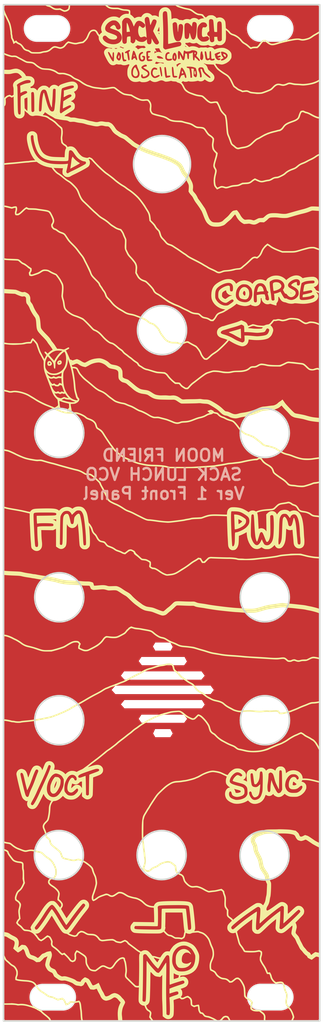
<source format=kicad_pcb>
(kicad_pcb (version 20221018) (generator pcbnew)
  (layers (0 "F.Cu" signal) (31 "B.Cu" signal) (34 "B.Paste" user) (35 "F.Paste" user) (36 "B.SilkS" user "B.Silkscreen") (37 "F.SilkS" user "F.Silkscreen") (38 "B.Mask" user) (39 "F.Mask" user) (44 "Edge.Cuts" user))
  (net 0 "")
  (footprint "VCO Front Panel:little guy" (layer "F.Cu") (at 118.11 78.74)
    (fp_text reference "G***" hide)
    (fp_text value "LOGO" hide)
  )
  (footprint "VCO Front Panel:center lines" (layer "F.Cu") (at 108.09 130.24)
    (fp_text reference "G***" hide)
    (fp_text value "LOGO" hide)
  )
  (footprint "VCO Front Panel:background" (layer "F.Cu") (at 107.95 107.823)
    (fp_text reference "G***" hide)
    (fp_text value "LOGO" hide)
  )
  (gr_line (start 87.950041 43.6) (end 87.950041 172.097979) (stroke (width 0.2)) (layer "Edge.Cuts"))
  (gr_line (start 87.950041 172.097979) (end 127.950037 172.097979) (stroke (width 0.2)) (layer "Edge.Cuts"))
  (gr_arc (start 94.7 45) (mid 96.3 46.6) (end 94.7 48.2) (stroke (width 0.05)) (layer "Edge.Cuts"))
  (gr_arc (start 120.44 48.2) (mid 118.84 46.6) (end 120.44 45) (stroke (width 0.05)) (layer "Edge.Cuts"))
  (gr_line (start 120.44 48.2) (end 122.94 48.2) (stroke (width 0.05)) (layer "Edge.Cuts"))
  (gr_arc (start 122.94 45) (mid 124.54 46.6) (end 122.94 48.2) (stroke (width 0.05)) (layer "Edge.Cuts"))
  (gr_line (start 120.44 45) (end 122.94 45) (stroke (width 0.05)) (layer "Edge.Cuts"))
  (gr_arc (start 122.95 167.49) (mid 124.55 169.09) (end 122.95 170.69) (stroke (width 0.05)) (layer "Edge.Cuts"))
  (gr_arc (start 120.45 170.69) (mid 118.85 169.09) (end 120.45 167.49) (stroke (width 0.05)) (layer "Edge.Cuts"))
  (gr_line (start 120.45 170.69) (end 122.95 170.69) (stroke (width 0.05)) (layer "Edge.Cuts"))
  (gr_line (start 120.45 167.49) (end 122.95 167.49) (stroke (width 0.05)) (layer "Edge.Cuts"))
  (gr_arc (start 95.43 167.5) (mid 97.03 169.1) (end 95.43 170.7) (stroke (width 0.05)) (layer "Edge.Cuts"))
  (gr_line (start 92.93 167.5) (end 95.43 167.5) (stroke (width 0.05)) (layer "Edge.Cuts"))
  (gr_line (start 92.93 170.7) (end 95.43 170.7) (stroke (width 0.05)) (layer "Edge.Cuts"))
  (gr_arc (start 92.93 170.7) (mid 91.33 169.1) (end 92.93 167.5) (stroke (width 0.05)) (layer "Edge.Cuts"))
  (gr_circle (center 108 63.75) (end 111.599993 63.75) (stroke (width 0.2)) (fill none) (layer "Edge.Cuts"))
  (gr_line (start 92.2 45) (end 94.7 45) (stroke (width 0.05)) (layer "Edge.Cuts"))
  (gr_circle (center 121.02 134.08) (end 124.119993 134.08) (stroke (width 0.2)) (fill none) (layer "Edge.Cuts"))
  (gr_circle (center 121 118.53) (end 124.099993 118.53) (stroke (width 0.2)) (fill none) (layer "Edge.Cuts"))
  (gr_line (start 87.950041 43.597983) (end 127.950037 43.597983) (stroke (width 0.2)) (layer "Edge.Cuts"))
  (gr_circle (center 108 84.75) (end 111.1 84.75) (stroke (width 0.2)) (fill none) (layer "Edge.Cuts"))
  (gr_line (start 127.950037 43.597983) (end 127.950037 172.097979) (stroke (width 0.2)) (layer "Edge.Cuts"))
  (gr_circle (center 107.95 151.13) (end 111.049994 151.13) (stroke (width 0.2)) (fill none) (layer "Edge.Cuts"))
  (gr_arc (start 92.2 48.2) (mid 90.6 46.6) (end 92.2 45) (stroke (width 0.05)) (layer "Edge.Cuts"))
  (gr_circle (center 121 97.75) (end 124.1 97.75) (stroke (width 0.2)) (fill none) (layer "Edge.Cuts"))
  (gr_circle (center 95 118.53) (end 98.099994 118.53) (stroke (width 0.2)) (fill none) (layer "Edge.Cuts"))
  (gr_circle (center 94.950026 151.13) (end 98.05002 151.13) (stroke (width 0.2)) (fill none) (layer "Edge.Cuts"))
  (gr_line (start 92.2 48.2) (end 94.7 48.2) (stroke (width 0.05)) (layer "Edge.Cuts"))
  (gr_circle (center 120.969975 151.17) (end 124.069968 151.17) (stroke (width 0.2)) (fill none) (layer "Edge.Cuts"))
  (gr_circle (center 95 97.75) (end 98.1 97.75) (stroke (width 0.2)) (fill none) (layer "Edge.Cuts"))
  (gr_circle (center 95 134.08) (end 98.099994 134.08) (stroke (width 0.2)) (fill none) (layer "Edge.Cuts"))
  (gr_line (start 87.950041 43.597983) (end 87.950041 43.597983) (stroke (width 0.2)) (layer "Edge.Cuts"))
  (gr_text "MOON FRIEND\nSACK LUNCH VCO\nVer 1 Front Panel" (at 108.2 103) (layer "B.SilkS") (effects (font (size 1.5 1.5) (thickness 0.3)) (justify mirror)))
  (zone (net 0) (net_name "") (layer "F.Cu") (connect_pads (clearance 0)) (min_thickness 0.254)
    (keepout (tracks not_allowed) (vias allowed) (pads allowed) (copperpour not_allowed) (footprints allowed))
    (fill (thermal_gap 0.508) (thermal_bridge_width 0.508))
    (polygon (pts (xy 113.4 132.1) (xy 113.05 132.575) (xy 103.25 132.575) (xy 102.8 132.075) (xy 103.25 131.525) (xy 113.05 131.525)))
  )
  (zone (net 0) (net_name "") (layer "F.Cu") (connect_pads (clearance 0)) (min_thickness 0.254)
    (keepout (tracks not_allowed) (vias allowed) (pads allowed) (copperpour not_allowed) (footprints allowed))
    (fill (thermal_gap 0.508) (thermal_bridge_width 0.508))
    (polygon (pts (xy 111.175 133.9) (xy 110.8 134.4) (xy 105.4 134.4) (xy 105.05 133.9) (xy 105.4 133.375) (xy 110.775 133.375)))
  )
  (zone (net 0) (net_name "") (layer "F.Cu") (connect_pads (clearance 0)) (min_thickness 0.254)
    (keepout (tracks not_allowed) (vias allowed) (pads allowed) (copperpour not_allowed) (footprints allowed))
    (fill (thermal_gap 0.508) (thermal_bridge_width 0.508))
    (polygon (pts (xy 109.35 135.75) (xy 109.05 136.225) (xy 107.15 136.225) (xy 106.875 135.75) (xy 107.125 135.2) (xy 109.05 135.2)))
  )
  (zone (net 0) (net_name "") (layer "F.Cu") (connect_pads (clearance 0.508)) (min_thickness 0.254) (fill yes (thermal_gap 0.508) (thermal_bridge_width 0.508))
    (polygon (pts (xy 128.5 172.5) (xy 87.5 172.5) (xy 87.5 43) (xy 128.5 43)))
  )
  (zone (net 0) (net_name "") (layer "F.Cu") (connect_pads (clearance 0)) (min_thickness 0.254)
    (keepout (tracks not_allowed) (vias allowed) (pads allowed) (copperpour not_allowed) (footprints allowed))
    (fill (thermal_gap 0.508) (thermal_bridge_width 0.508))
    (polygon (pts (xy 109.35 124.8) (xy 109.1 125.275) (xy 107.15 125.275) (xy 106.85 124.75) (xy 107.15 124.25) (xy 109.05 124.25)))
  )
  (zone (net 0) (net_name "") (layer "F.Cu") (connect_pads (clearance 0)) (min_thickness 0.254)
    (keepout (tracks not_allowed) (vias allowed) (pads allowed) (copperpour not_allowed) (footprints allowed))
    (fill (thermal_gap 0.508) (thermal_bridge_width 0.508))
    (polygon (pts (xy 111.15 126.65) (xy 110.8 127.125) (xy 105.45 127.125) (xy 105.05 126.6) (xy 105.4 126.075) (xy 110.85 126.075)))
  )
  (zone (net 0) (net_name "") (layer "F.Cu") (connect_pads (clearance 0)) (min_thickness 0.254)
    (keepout (tracks not_allowed) (vias allowed) (pads allowed) (copperpour not_allowed) (footprints allowed))
    (fill (thermal_gap 0.508) (thermal_bridge_width 0.508))
    (polygon (pts (xy 114.55 130.25) (xy 114.15 130.775) (xy 102.1 130.775) (xy 101.625 130.25) (xy 102.1 129.7) (xy 114.15 129.7)))
  )
  (zone (net 0) (net_name "") (layer "F.Cu") (connect_pads (clearance 0)) (min_thickness 0.254)
    (keepout (tracks not_allowed) (vias allowed) (pads allowed) (copperpour not_allowed) (footprints allowed))
    (fill (thermal_gap 0.508) (thermal_bridge_width 0.508))
    (polygon (pts (xy 113.4 128.45) (xy 112.975 128.95) (xy 103.25 128.95) (xy 102.8 128.45) (xy 103.2 127.9) (xy 113 127.9)))
  )
)
</source>
